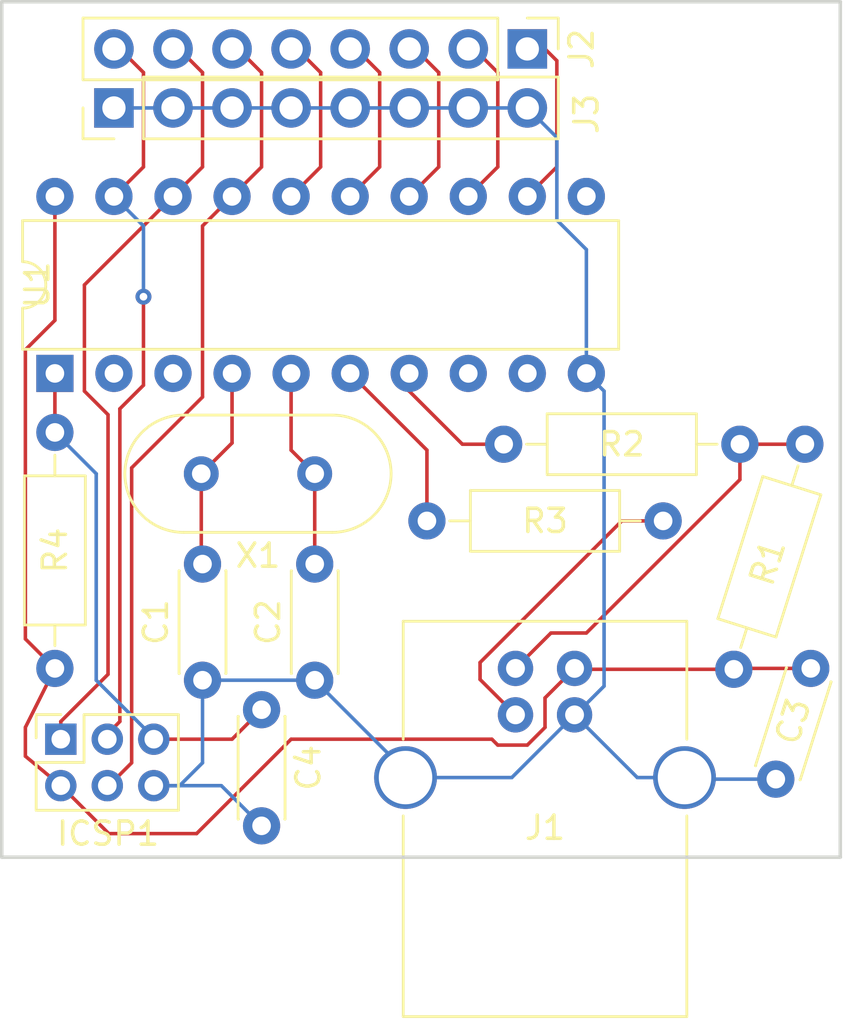
<source format=kicad_pcb>
(kicad_pcb (version 4) (host pcbnew 4.0.6)

  (general
    (links 44)
    (no_connects 0)
    (area 16.434999 13.894999 52.653001 50.875001)
    (thickness 1.6)
    (drawings 4)
    (tracks 130)
    (zones 0)
    (modules 14)
    (nets 23)
  )

  (page A4)
  (layers
    (0 F.Cu signal)
    (31 B.Cu signal)
    (32 B.Adhes user)
    (33 F.Adhes user)
    (34 B.Paste user)
    (35 F.Paste user)
    (36 B.SilkS user)
    (37 F.SilkS user)
    (38 B.Mask user)
    (39 F.Mask user)
    (40 Dwgs.User user)
    (41 Cmts.User user)
    (42 Eco1.User user)
    (43 Eco2.User user)
    (44 Edge.Cuts user)
    (45 Margin user)
    (46 B.CrtYd user)
    (47 F.CrtYd user)
    (48 B.Fab user)
    (49 F.Fab user)
  )

  (setup
    (last_trace_width 0.1524)
    (trace_clearance 0.1524)
    (zone_clearance 0.508)
    (zone_45_only no)
    (trace_min 0.1524)
    (segment_width 0.2)
    (edge_width 0.15)
    (via_size 0.6858)
    (via_drill 0.3302)
    (via_min_size 0.6858)
    (via_min_drill 0.3302)
    (uvia_size 0.762)
    (uvia_drill 0.508)
    (uvias_allowed no)
    (uvia_min_size 0)
    (uvia_min_drill 0)
    (pcb_text_width 0.3)
    (pcb_text_size 1.5 1.5)
    (mod_edge_width 0.15)
    (mod_text_size 1 1)
    (mod_text_width 0.15)
    (pad_size 1.524 1.524)
    (pad_drill 0.762)
    (pad_to_mask_clearance 0.2)
    (aux_axis_origin 0 0)
    (visible_elements 7FFFEFFF)
    (pcbplotparams
      (layerselection 0x00030_80000001)
      (usegerberextensions true)
      (excludeedgelayer true)
      (linewidth 0.100000)
      (plotframeref false)
      (viasonmask false)
      (mode 1)
      (useauxorigin false)
      (hpglpennumber 1)
      (hpglpenspeed 20)
      (hpglpendiameter 15)
      (hpglpenoverlay 2)
      (psnegative false)
      (psa4output false)
      (plotreference true)
      (plotvalue true)
      (plotinvisibletext false)
      (padsonsilk false)
      (subtractmaskfromsilk false)
      (outputformat 1)
      (mirror false)
      (drillshape 0)
      (scaleselection 1)
      (outputdirectory ""))
  )

  (net 0 "")
  (net 1 "Net-(C1-Pad1)")
  (net 2 "Net-(C1-Pad2)")
  (net 3 "Net-(C2-Pad2)")
  (net 4 "Net-(J1-Pad3)")
  (net 5 "Net-(J1-Pad2)")
  (net 6 "Net-(R2-Pad1)")
  (net 7 "Net-(R3-Pad2)")
  (net 8 "Net-(U1-Pad11)")
  (net 9 "Net-(ICSP1-Pad1)")
  (net 10 "Net-(ICSP1-Pad3)")
  (net 11 "Net-(ICSP1-Pad4)")
  (net 12 "Net-(J2-Pad1)")
  (net 13 "Net-(J2-Pad2)")
  (net 14 "Net-(J2-Pad3)")
  (net 15 "Net-(J2-Pad4)")
  (net 16 "Net-(J2-Pad5)")
  (net 17 "Net-(U1-Pad2)")
  (net 18 "Net-(U1-Pad3)")
  (net 19 "Net-(U1-Pad8)")
  (net 20 "Net-(U1-Pad9)")
  (net 21 "Net-(C3-Pad1)")
  (net 22 "Net-(C4-Pad1)")

  (net_class Default "This is the default net class."
    (clearance 0.1524)
    (trace_width 0.1524)
    (via_dia 0.6858)
    (via_drill 0.3302)
    (uvia_dia 0.762)
    (uvia_drill 0.508)
    (add_net "Net-(C1-Pad1)")
    (add_net "Net-(C1-Pad2)")
    (add_net "Net-(C2-Pad2)")
    (add_net "Net-(C3-Pad1)")
    (add_net "Net-(C4-Pad1)")
    (add_net "Net-(ICSP1-Pad1)")
    (add_net "Net-(ICSP1-Pad3)")
    (add_net "Net-(ICSP1-Pad4)")
    (add_net "Net-(J1-Pad2)")
    (add_net "Net-(J1-Pad3)")
    (add_net "Net-(J2-Pad1)")
    (add_net "Net-(J2-Pad2)")
    (add_net "Net-(J2-Pad3)")
    (add_net "Net-(J2-Pad4)")
    (add_net "Net-(J2-Pad5)")
    (add_net "Net-(R2-Pad1)")
    (add_net "Net-(R3-Pad2)")
    (add_net "Net-(U1-Pad11)")
    (add_net "Net-(U1-Pad2)")
    (add_net "Net-(U1-Pad3)")
    (add_net "Net-(U1-Pad8)")
    (add_net "Net-(U1-Pad9)")
  )

  (module Capacitors_THT:C_Disc_D4.3mm_W1.9mm_P5.00mm (layer F.Cu) (tedit 5920C254) (tstamp 59488996)
    (at 25.146 43.18 90)
    (descr "C, Disc series, Radial, pin pitch=5.00mm, , diameter*width=4.3*1.9mm^2, Capacitor, http://www.vishay.com/docs/45233/krseries.pdf")
    (tags "C Disc series Radial pin pitch 5.00mm  diameter 4.3mm width 1.9mm Capacitor")
    (path /5902BA29)
    (fp_text reference C1 (at 2.5 -2.01 90) (layer F.SilkS)
      (effects (font (size 1 1) (thickness 0.15)))
    )
    (fp_text value 22pF (at 2.5 2.01 90) (layer F.Fab)
      (effects (font (size 1 1) (thickness 0.15)))
    )
    (fp_text user %R (at 2.5 0 90) (layer F.Fab)
      (effects (font (size 1 1) (thickness 0.15)))
    )
    (fp_line (start 0.35 -0.95) (end 0.35 0.95) (layer F.Fab) (width 0.1))
    (fp_line (start 0.35 0.95) (end 4.65 0.95) (layer F.Fab) (width 0.1))
    (fp_line (start 4.65 0.95) (end 4.65 -0.95) (layer F.Fab) (width 0.1))
    (fp_line (start 4.65 -0.95) (end 0.35 -0.95) (layer F.Fab) (width 0.1))
    (fp_line (start 0.29 -1.01) (end 4.71 -1.01) (layer F.SilkS) (width 0.12))
    (fp_line (start 0.29 1.01) (end 4.71 1.01) (layer F.SilkS) (width 0.12))
    (fp_line (start 0.29 -1.01) (end 0.29 -0.996) (layer F.SilkS) (width 0.12))
    (fp_line (start 0.29 0.996) (end 0.29 1.01) (layer F.SilkS) (width 0.12))
    (fp_line (start 4.71 -1.01) (end 4.71 -0.996) (layer F.SilkS) (width 0.12))
    (fp_line (start 4.71 0.996) (end 4.71 1.01) (layer F.SilkS) (width 0.12))
    (fp_line (start -1.05 -1.3) (end -1.05 1.3) (layer F.CrtYd) (width 0.05))
    (fp_line (start -1.05 1.3) (end 6.05 1.3) (layer F.CrtYd) (width 0.05))
    (fp_line (start 6.05 1.3) (end 6.05 -1.3) (layer F.CrtYd) (width 0.05))
    (fp_line (start 6.05 -1.3) (end -1.05 -1.3) (layer F.CrtYd) (width 0.05))
    (pad 1 thru_hole circle (at 0 0 90) (size 1.6 1.6) (drill 0.8) (layers *.Cu *.Mask)
      (net 1 "Net-(C1-Pad1)"))
    (pad 2 thru_hole circle (at 5 0 90) (size 1.6 1.6) (drill 0.8) (layers *.Cu *.Mask)
      (net 2 "Net-(C1-Pad2)"))
    (model ${KISYS3DMOD}/Capacitors_THT.3dshapes/C_Disc_D4.3mm_W1.9mm_P5.00mm.wrl
      (at (xyz 0 0 0))
      (scale (xyz 0.393701 0.393701 0.393701))
      (rotate (xyz 0 0 0))
    )
  )

  (module Capacitors_THT:C_Disc_D4.3mm_W1.9mm_P5.00mm (layer F.Cu) (tedit 5920C254) (tstamp 594889AB)
    (at 29.972 43.18 90)
    (descr "C, Disc series, Radial, pin pitch=5.00mm, , diameter*width=4.3*1.9mm^2, Capacitor, http://www.vishay.com/docs/45233/krseries.pdf")
    (tags "C Disc series Radial pin pitch 5.00mm  diameter 4.3mm width 1.9mm Capacitor")
    (path /5902B99E)
    (fp_text reference C2 (at 2.5 -2.01 90) (layer F.SilkS)
      (effects (font (size 1 1) (thickness 0.15)))
    )
    (fp_text value 22pF (at 2.5 2.01 90) (layer F.Fab)
      (effects (font (size 1 1) (thickness 0.15)))
    )
    (fp_text user %R (at 2.5 0 90) (layer F.Fab)
      (effects (font (size 1 1) (thickness 0.15)))
    )
    (fp_line (start 0.35 -0.95) (end 0.35 0.95) (layer F.Fab) (width 0.1))
    (fp_line (start 0.35 0.95) (end 4.65 0.95) (layer F.Fab) (width 0.1))
    (fp_line (start 4.65 0.95) (end 4.65 -0.95) (layer F.Fab) (width 0.1))
    (fp_line (start 4.65 -0.95) (end 0.35 -0.95) (layer F.Fab) (width 0.1))
    (fp_line (start 0.29 -1.01) (end 4.71 -1.01) (layer F.SilkS) (width 0.12))
    (fp_line (start 0.29 1.01) (end 4.71 1.01) (layer F.SilkS) (width 0.12))
    (fp_line (start 0.29 -1.01) (end 0.29 -0.996) (layer F.SilkS) (width 0.12))
    (fp_line (start 0.29 0.996) (end 0.29 1.01) (layer F.SilkS) (width 0.12))
    (fp_line (start 4.71 -1.01) (end 4.71 -0.996) (layer F.SilkS) (width 0.12))
    (fp_line (start 4.71 0.996) (end 4.71 1.01) (layer F.SilkS) (width 0.12))
    (fp_line (start -1.05 -1.3) (end -1.05 1.3) (layer F.CrtYd) (width 0.05))
    (fp_line (start -1.05 1.3) (end 6.05 1.3) (layer F.CrtYd) (width 0.05))
    (fp_line (start 6.05 1.3) (end 6.05 -1.3) (layer F.CrtYd) (width 0.05))
    (fp_line (start 6.05 -1.3) (end -1.05 -1.3) (layer F.CrtYd) (width 0.05))
    (pad 1 thru_hole circle (at 0 0 90) (size 1.6 1.6) (drill 0.8) (layers *.Cu *.Mask)
      (net 1 "Net-(C1-Pad1)"))
    (pad 2 thru_hole circle (at 5 0 90) (size 1.6 1.6) (drill 0.8) (layers *.Cu *.Mask)
      (net 3 "Net-(C2-Pad2)"))
    (model ${KISYS3DMOD}/Capacitors_THT.3dshapes/C_Disc_D4.3mm_W1.9mm_P5.00mm.wrl
      (at (xyz 0 0 0))
      (scale (xyz 0.393701 0.393701 0.393701))
      (rotate (xyz 0 0 0))
    )
  )

  (module Socket_Strips:Socket_Strip_Straight_2x03_Pitch2.00mm (layer F.Cu) (tedit 5948A546) (tstamp 594889C6)
    (at 19.05 45.72 90)
    (descr "Through hole straight socket strip, 2x03, 2.00mm pitch, double rows")
    (tags "Through hole socket strip THT 2x03 2.00mm double row")
    (path /5902AB12)
    (fp_text reference ICSP1 (at -4.064 2.032 360) (layer F.SilkS)
      (effects (font (size 1 1) (thickness 0.15)))
    )
    (fp_text value ICSP (at -1 6.06 90) (layer F.Fab)
      (effects (font (size 1 1) (thickness 0.15)))
    )
    (fp_line (start -3 -1) (end -3 5) (layer F.Fab) (width 0.1))
    (fp_line (start -3 5) (end 1 5) (layer F.Fab) (width 0.1))
    (fp_line (start 1 5) (end 1 -1) (layer F.Fab) (width 0.1))
    (fp_line (start 1 -1) (end -3 -1) (layer F.Fab) (width 0.1))
    (fp_line (start 1.06 1) (end 1.06 5.06) (layer F.SilkS) (width 0.12))
    (fp_line (start 1.06 5.06) (end -3.06 5.06) (layer F.SilkS) (width 0.12))
    (fp_line (start -3.06 5.06) (end -3.06 -1.06) (layer F.SilkS) (width 0.12))
    (fp_line (start -3.06 -1.06) (end -1 -1.06) (layer F.SilkS) (width 0.12))
    (fp_line (start -1 -1.06) (end -1 1) (layer F.SilkS) (width 0.12))
    (fp_line (start -1 1) (end 1.06 1) (layer F.SilkS) (width 0.12))
    (fp_line (start 1.06 0) (end 1.06 -1.06) (layer F.SilkS) (width 0.12))
    (fp_line (start 1.06 -1.06) (end 0.06 -1.06) (layer F.SilkS) (width 0.12))
    (fp_line (start -3.5 -1.5) (end -3.5 5.5) (layer F.CrtYd) (width 0.05))
    (fp_line (start -3.5 5.5) (end 1.5 5.5) (layer F.CrtYd) (width 0.05))
    (fp_line (start 1.5 5.5) (end 1.5 -1.5) (layer F.CrtYd) (width 0.05))
    (fp_line (start 1.5 -1.5) (end -3.5 -1.5) (layer F.CrtYd) (width 0.05))
    (fp_text user %R (at -4.064 2.032 180) (layer F.Fab)
      (effects (font (size 1 1) (thickness 0.15)))
    )
    (pad 1 thru_hole rect (at 0 0 90) (size 1.35 1.35) (drill 0.8) (layers *.Cu *.Mask)
      (net 9 "Net-(ICSP1-Pad1)"))
    (pad 2 thru_hole oval (at -2 0 90) (size 1.35 1.35) (drill 0.8) (layers *.Cu *.Mask)
      (net 21 "Net-(C3-Pad1)"))
    (pad 3 thru_hole oval (at 0 2 90) (size 1.35 1.35) (drill 0.8) (layers *.Cu *.Mask)
      (net 10 "Net-(ICSP1-Pad3)"))
    (pad 4 thru_hole oval (at -2 2 90) (size 1.35 1.35) (drill 0.8) (layers *.Cu *.Mask)
      (net 11 "Net-(ICSP1-Pad4)"))
    (pad 5 thru_hole oval (at 0 4 90) (size 1.35 1.35) (drill 0.8) (layers *.Cu *.Mask)
      (net 22 "Net-(C4-Pad1)"))
    (pad 6 thru_hole oval (at -2 4 90) (size 1.35 1.35) (drill 0.8) (layers *.Cu *.Mask)
      (net 1 "Net-(C1-Pad1)"))
    (model ${KISYS3DMOD}/Socket_Strips.3dshapes/Socket_Strip_Straight_2x03_Pitch2.00mm.wrl
      (at (xyz 0 0 0))
      (scale (xyz 1 1 1))
      (rotate (xyz 0 0 0))
    )
  )

  (module Connectors:USB_B (layer F.Cu) (tedit 5948A52D) (tstamp 594889DA)
    (at 41.148 42.672 270)
    (descr "USB B connector")
    (tags "USB_B USB_DEV")
    (path /5909433D)
    (fp_text reference J1 (at 6.858 1.27 360) (layer F.SilkS)
      (effects (font (size 1 1) (thickness 0.15)))
    )
    (fp_text value USB_B (at 4.7 1.27 360) (layer F.Fab)
      (effects (font (size 1 1) (thickness 0.15)))
    )
    (fp_line (start 15.25 8.9) (end -2.3 8.9) (layer F.CrtYd) (width 0.05))
    (fp_line (start -2.3 8.9) (end -2.3 -6.35) (layer F.CrtYd) (width 0.05))
    (fp_line (start -2.3 -6.35) (end 15.25 -6.35) (layer F.CrtYd) (width 0.05))
    (fp_line (start 15.25 -6.35) (end 15.25 8.9) (layer F.CrtYd) (width 0.05))
    (fp_line (start 6.35 7.37) (end 14.99 7.37) (layer F.SilkS) (width 0.12))
    (fp_line (start -2.03 7.37) (end 3.05 7.37) (layer F.SilkS) (width 0.12))
    (fp_line (start 6.35 -4.83) (end 14.99 -4.83) (layer F.SilkS) (width 0.12))
    (fp_line (start -2.03 -4.83) (end 3.05 -4.83) (layer F.SilkS) (width 0.12))
    (fp_line (start 14.99 -4.83) (end 14.99 7.37) (layer F.SilkS) (width 0.12))
    (fp_line (start -2.03 7.37) (end -2.03 -4.83) (layer F.SilkS) (width 0.12))
    (pad 2 thru_hole circle (at 0 2.54 180) (size 1.52 1.52) (drill 0.81) (layers *.Cu *.Mask)
      (net 5 "Net-(J1-Pad2)"))
    (pad 1 thru_hole circle (at 0 0 180) (size 1.52 1.52) (drill 0.81) (layers *.Cu *.Mask)
      (net 21 "Net-(C3-Pad1)"))
    (pad 4 thru_hole circle (at 2 0 180) (size 1.52 1.52) (drill 0.81) (layers *.Cu *.Mask)
      (net 1 "Net-(C1-Pad1)"))
    (pad 3 thru_hole circle (at 2 2.54 180) (size 1.52 1.52) (drill 0.81) (layers *.Cu *.Mask)
      (net 4 "Net-(J1-Pad3)"))
    (pad 5 thru_hole circle (at 4.7 7.27 180) (size 2.7 2.7) (drill 2.3) (layers *.Cu *.Mask)
      (net 1 "Net-(C1-Pad1)"))
    (pad 5 thru_hole circle (at 4.7 -4.73 180) (size 2.7 2.7) (drill 2.3) (layers *.Cu *.Mask)
      (net 1 "Net-(C1-Pad1)"))
    (model Connectors.3dshapes/USB_B.wrl
      (at (xyz 0.18 -0.05 0))
      (scale (xyz 0.39 0.39 0.39))
      (rotate (xyz 0 0 -90))
    )
  )

  (module Pin_Headers:Pin_Header_Straight_1x08_Pitch2.54mm (layer F.Cu) (tedit 58CD4EC1) (tstamp 594889F5)
    (at 39.116 16.002 270)
    (descr "Through hole straight pin header, 1x08, 2.54mm pitch, single row")
    (tags "Through hole pin header THT 1x08 2.54mm single row")
    (path /594892EE)
    (fp_text reference J2 (at 0 -2.33 270) (layer F.SilkS)
      (effects (font (size 1 1) (thickness 0.15)))
    )
    (fp_text value BTN (at 0 20.11 270) (layer F.Fab)
      (effects (font (size 1 1) (thickness 0.15)))
    )
    (fp_line (start -1.27 -1.27) (end -1.27 19.05) (layer F.Fab) (width 0.1))
    (fp_line (start -1.27 19.05) (end 1.27 19.05) (layer F.Fab) (width 0.1))
    (fp_line (start 1.27 19.05) (end 1.27 -1.27) (layer F.Fab) (width 0.1))
    (fp_line (start 1.27 -1.27) (end -1.27 -1.27) (layer F.Fab) (width 0.1))
    (fp_line (start -1.33 1.27) (end -1.33 19.11) (layer F.SilkS) (width 0.12))
    (fp_line (start -1.33 19.11) (end 1.33 19.11) (layer F.SilkS) (width 0.12))
    (fp_line (start 1.33 19.11) (end 1.33 1.27) (layer F.SilkS) (width 0.12))
    (fp_line (start 1.33 1.27) (end -1.33 1.27) (layer F.SilkS) (width 0.12))
    (fp_line (start -1.33 0) (end -1.33 -1.33) (layer F.SilkS) (width 0.12))
    (fp_line (start -1.33 -1.33) (end 0 -1.33) (layer F.SilkS) (width 0.12))
    (fp_line (start -1.8 -1.8) (end -1.8 19.55) (layer F.CrtYd) (width 0.05))
    (fp_line (start -1.8 19.55) (end 1.8 19.55) (layer F.CrtYd) (width 0.05))
    (fp_line (start 1.8 19.55) (end 1.8 -1.8) (layer F.CrtYd) (width 0.05))
    (fp_line (start 1.8 -1.8) (end -1.8 -1.8) (layer F.CrtYd) (width 0.05))
    (fp_text user %R (at 0 -2.33 270) (layer F.Fab)
      (effects (font (size 1 1) (thickness 0.15)))
    )
    (pad 1 thru_hole rect (at 0 0 270) (size 1.7 1.7) (drill 1) (layers *.Cu *.Mask)
      (net 12 "Net-(J2-Pad1)"))
    (pad 2 thru_hole oval (at 0 2.54 270) (size 1.7 1.7) (drill 1) (layers *.Cu *.Mask)
      (net 13 "Net-(J2-Pad2)"))
    (pad 3 thru_hole oval (at 0 5.08 270) (size 1.7 1.7) (drill 1) (layers *.Cu *.Mask)
      (net 14 "Net-(J2-Pad3)"))
    (pad 4 thru_hole oval (at 0 7.62 270) (size 1.7 1.7) (drill 1) (layers *.Cu *.Mask)
      (net 15 "Net-(J2-Pad4)"))
    (pad 5 thru_hole oval (at 0 10.16 270) (size 1.7 1.7) (drill 1) (layers *.Cu *.Mask)
      (net 16 "Net-(J2-Pad5)"))
    (pad 6 thru_hole oval (at 0 12.7 270) (size 1.7 1.7) (drill 1) (layers *.Cu *.Mask)
      (net 11 "Net-(ICSP1-Pad4)"))
    (pad 7 thru_hole oval (at 0 15.24 270) (size 1.7 1.7) (drill 1) (layers *.Cu *.Mask)
      (net 9 "Net-(ICSP1-Pad1)"))
    (pad 8 thru_hole oval (at 0 17.78 270) (size 1.7 1.7) (drill 1) (layers *.Cu *.Mask)
      (net 10 "Net-(ICSP1-Pad3)"))
    (model ${KISYS3DMOD}/Pin_Headers.3dshapes/Pin_Header_Straight_1x08_Pitch2.54mm.wrl
      (at (xyz 0 -0.35 0))
      (scale (xyz 1 1 1))
      (rotate (xyz 0 0 90))
    )
  )

  (module Pin_Headers:Pin_Header_Straight_1x08_Pitch2.54mm (layer F.Cu) (tedit 59489A60) (tstamp 59488A10)
    (at 21.336 18.542 90)
    (descr "Through hole straight pin header, 1x08, 2.54mm pitch, single row")
    (tags "Through hole pin header THT 1x08 2.54mm single row")
    (path /594895BB)
    (fp_text reference J3 (at -0.254 20.32 90) (layer F.SilkS)
      (effects (font (size 1 1) (thickness 0.15)))
    )
    (fp_text value GND (at 0 -2.54 90) (layer F.Fab)
      (effects (font (size 1 1) (thickness 0.15)))
    )
    (fp_line (start -1.27 -1.27) (end -1.27 19.05) (layer F.Fab) (width 0.1))
    (fp_line (start -1.27 19.05) (end 1.27 19.05) (layer F.Fab) (width 0.1))
    (fp_line (start 1.27 19.05) (end 1.27 -1.27) (layer F.Fab) (width 0.1))
    (fp_line (start 1.27 -1.27) (end -1.27 -1.27) (layer F.Fab) (width 0.1))
    (fp_line (start -1.33 1.27) (end -1.33 19.11) (layer F.SilkS) (width 0.12))
    (fp_line (start -1.33 19.11) (end 1.33 19.11) (layer F.SilkS) (width 0.12))
    (fp_line (start 1.33 19.11) (end 1.33 1.27) (layer F.SilkS) (width 0.12))
    (fp_line (start 1.33 1.27) (end -1.33 1.27) (layer F.SilkS) (width 0.12))
    (fp_line (start -1.33 0) (end -1.33 -1.33) (layer F.SilkS) (width 0.12))
    (fp_line (start -1.33 -1.33) (end 0 -1.33) (layer F.SilkS) (width 0.12))
    (fp_line (start -1.8 -1.8) (end -1.8 19.55) (layer F.CrtYd) (width 0.05))
    (fp_line (start -1.8 19.55) (end 1.8 19.55) (layer F.CrtYd) (width 0.05))
    (fp_line (start 1.8 19.55) (end 1.8 -1.8) (layer F.CrtYd) (width 0.05))
    (fp_line (start 1.8 -1.8) (end -1.8 -1.8) (layer F.CrtYd) (width 0.05))
    (fp_text user %R (at -0.254 20.32 90) (layer F.Fab)
      (effects (font (size 1 1) (thickness 0.15)))
    )
    (pad 1 thru_hole rect (at 0 0 90) (size 1.7 1.7) (drill 1) (layers *.Cu *.Mask)
      (net 1 "Net-(C1-Pad1)"))
    (pad 2 thru_hole oval (at 0 2.54 90) (size 1.7 1.7) (drill 1) (layers *.Cu *.Mask)
      (net 1 "Net-(C1-Pad1)"))
    (pad 3 thru_hole oval (at 0 5.08 90) (size 1.7 1.7) (drill 1) (layers *.Cu *.Mask)
      (net 1 "Net-(C1-Pad1)"))
    (pad 4 thru_hole oval (at 0 7.62 90) (size 1.7 1.7) (drill 1) (layers *.Cu *.Mask)
      (net 1 "Net-(C1-Pad1)"))
    (pad 5 thru_hole oval (at 0 10.16 90) (size 1.7 1.7) (drill 1) (layers *.Cu *.Mask)
      (net 1 "Net-(C1-Pad1)"))
    (pad 6 thru_hole oval (at 0 12.7 90) (size 1.7 1.7) (drill 1) (layers *.Cu *.Mask)
      (net 1 "Net-(C1-Pad1)"))
    (pad 7 thru_hole oval (at 0 15.24 90) (size 1.7 1.7) (drill 1) (layers *.Cu *.Mask)
      (net 1 "Net-(C1-Pad1)"))
    (pad 8 thru_hole oval (at 0 17.78 90) (size 1.7 1.7) (drill 1) (layers *.Cu *.Mask)
      (net 1 "Net-(C1-Pad1)"))
    (model ${KISYS3DMOD}/Pin_Headers.3dshapes/Pin_Header_Straight_1x08_Pitch2.54mm.wrl
      (at (xyz 0 -0.35 0))
      (scale (xyz 1 1 1))
      (rotate (xyz 0 0 90))
    )
  )

  (module Resistors_THT:R_Axial_DIN0207_L6.3mm_D2.5mm_P10.16mm_Horizontal (layer F.Cu) (tedit 59489A74) (tstamp 59488A26)
    (at 51.054 33.02 252.5)
    (descr "Resistor, Axial_DIN0207 series, Axial, Horizontal, pin pitch=10.16mm, 0.25W = 1/4W, length*diameter=6.3*2.5mm^2, http://cdn-reichelt.de/documents/datenblatt/B400/1_4W%23YAG.pdf")
    (tags "Resistor Axial_DIN0207 series Axial Horizontal pin pitch 10.16mm 0.25W = 1/4W length 6.3mm diameter 2.5mm")
    (path /591525BE)
    (fp_text reference R1 (at 5.334 0 252.5) (layer F.SilkS)
      (effects (font (size 1 1) (thickness 0.15)))
    )
    (fp_text value 2K2 (at 5.08 2.31 252.5) (layer F.Fab)
      (effects (font (size 1 1) (thickness 0.15)))
    )
    (fp_line (start 1.93 -1.25) (end 1.93 1.25) (layer F.Fab) (width 0.1))
    (fp_line (start 1.93 1.25) (end 8.23 1.25) (layer F.Fab) (width 0.1))
    (fp_line (start 8.23 1.25) (end 8.23 -1.25) (layer F.Fab) (width 0.1))
    (fp_line (start 8.23 -1.25) (end 1.93 -1.25) (layer F.Fab) (width 0.1))
    (fp_line (start 0 0) (end 1.93 0) (layer F.Fab) (width 0.1))
    (fp_line (start 10.16 0) (end 8.23 0) (layer F.Fab) (width 0.1))
    (fp_line (start 1.87 -1.31) (end 1.87 1.31) (layer F.SilkS) (width 0.12))
    (fp_line (start 1.87 1.31) (end 8.29 1.31) (layer F.SilkS) (width 0.12))
    (fp_line (start 8.29 1.31) (end 8.29 -1.31) (layer F.SilkS) (width 0.12))
    (fp_line (start 8.29 -1.31) (end 1.87 -1.31) (layer F.SilkS) (width 0.12))
    (fp_line (start 0.98 0) (end 1.87 0) (layer F.SilkS) (width 0.12))
    (fp_line (start 9.18 0) (end 8.29 0) (layer F.SilkS) (width 0.12))
    (fp_line (start -1.05 -1.6) (end -1.05 1.6) (layer F.CrtYd) (width 0.05))
    (fp_line (start -1.05 1.6) (end 11.25 1.6) (layer F.CrtYd) (width 0.05))
    (fp_line (start 11.25 1.6) (end 11.25 -1.6) (layer F.CrtYd) (width 0.05))
    (fp_line (start 11.25 -1.6) (end -1.05 -1.6) (layer F.CrtYd) (width 0.05))
    (pad 1 thru_hole circle (at 0 0 252.5) (size 1.6 1.6) (drill 0.8) (layers *.Cu *.Mask)
      (net 5 "Net-(J1-Pad2)"))
    (pad 2 thru_hole oval (at 10.16 0 252.5) (size 1.6 1.6) (drill 0.8) (layers *.Cu *.Mask)
      (net 21 "Net-(C3-Pad1)"))
    (model Resistors_THT.3dshapes/R_Axial_DIN0207_L6.3mm_D2.5mm_P10.16mm_Horizontal.wrl
      (at (xyz 0 0 0))
      (scale (xyz 0.393701 0.393701 0.393701))
      (rotate (xyz 0 0 0))
    )
  )

  (module Resistors_THT:R_Axial_DIN0207_L6.3mm_D2.5mm_P10.16mm_Horizontal (layer F.Cu) (tedit 59489A70) (tstamp 59488A3C)
    (at 34.798 36.322)
    (descr "Resistor, Axial_DIN0207 series, Axial, Horizontal, pin pitch=10.16mm, 0.25W = 1/4W, length*diameter=6.3*2.5mm^2, http://cdn-reichelt.de/documents/datenblatt/B400/1_4W%23YAG.pdf")
    (tags "Resistor Axial_DIN0207 series Axial Horizontal pin pitch 10.16mm 0.25W = 1/4W length 6.3mm diameter 2.5mm")
    (path /59151E2C)
    (fp_text reference R2 (at 8.382 -3.302) (layer F.SilkS)
      (effects (font (size 1 1) (thickness 0.15)))
    )
    (fp_text value 68 (at 5.08 2.31) (layer F.Fab)
      (effects (font (size 1 1) (thickness 0.15)))
    )
    (fp_line (start 1.93 -1.25) (end 1.93 1.25) (layer F.Fab) (width 0.1))
    (fp_line (start 1.93 1.25) (end 8.23 1.25) (layer F.Fab) (width 0.1))
    (fp_line (start 8.23 1.25) (end 8.23 -1.25) (layer F.Fab) (width 0.1))
    (fp_line (start 8.23 -1.25) (end 1.93 -1.25) (layer F.Fab) (width 0.1))
    (fp_line (start 0 0) (end 1.93 0) (layer F.Fab) (width 0.1))
    (fp_line (start 10.16 0) (end 8.23 0) (layer F.Fab) (width 0.1))
    (fp_line (start 1.87 -1.31) (end 1.87 1.31) (layer F.SilkS) (width 0.12))
    (fp_line (start 1.87 1.31) (end 8.29 1.31) (layer F.SilkS) (width 0.12))
    (fp_line (start 8.29 1.31) (end 8.29 -1.31) (layer F.SilkS) (width 0.12))
    (fp_line (start 8.29 -1.31) (end 1.87 -1.31) (layer F.SilkS) (width 0.12))
    (fp_line (start 0.98 0) (end 1.87 0) (layer F.SilkS) (width 0.12))
    (fp_line (start 9.18 0) (end 8.29 0) (layer F.SilkS) (width 0.12))
    (fp_line (start -1.05 -1.6) (end -1.05 1.6) (layer F.CrtYd) (width 0.05))
    (fp_line (start -1.05 1.6) (end 11.25 1.6) (layer F.CrtYd) (width 0.05))
    (fp_line (start 11.25 1.6) (end 11.25 -1.6) (layer F.CrtYd) (width 0.05))
    (fp_line (start 11.25 -1.6) (end -1.05 -1.6) (layer F.CrtYd) (width 0.05))
    (pad 1 thru_hole circle (at 0 0) (size 1.6 1.6) (drill 0.8) (layers *.Cu *.Mask)
      (net 6 "Net-(R2-Pad1)"))
    (pad 2 thru_hole oval (at 10.16 0) (size 1.6 1.6) (drill 0.8) (layers *.Cu *.Mask)
      (net 4 "Net-(J1-Pad3)"))
    (model Resistors_THT.3dshapes/R_Axial_DIN0207_L6.3mm_D2.5mm_P10.16mm_Horizontal.wrl
      (at (xyz 0 0 0))
      (scale (xyz 0.393701 0.393701 0.393701))
      (rotate (xyz 0 0 0))
    )
  )

  (module Resistors_THT:R_Axial_DIN0207_L6.3mm_D2.5mm_P10.16mm_Horizontal (layer F.Cu) (tedit 59489A6D) (tstamp 59488A52)
    (at 48.26 33.02 180)
    (descr "Resistor, Axial_DIN0207 series, Axial, Horizontal, pin pitch=10.16mm, 0.25W = 1/4W, length*diameter=6.3*2.5mm^2, http://cdn-reichelt.de/documents/datenblatt/B400/1_4W%23YAG.pdf")
    (tags "Resistor Axial_DIN0207 series Axial Horizontal pin pitch 10.16mm 0.25W = 1/4W length 6.3mm diameter 2.5mm")
    (path /59151F6B)
    (fp_text reference R3 (at 8.382 -3.302 180) (layer F.SilkS)
      (effects (font (size 1 1) (thickness 0.15)))
    )
    (fp_text value 67 (at 5.08 2.31 180) (layer F.Fab)
      (effects (font (size 1 1) (thickness 0.15)))
    )
    (fp_line (start 1.93 -1.25) (end 1.93 1.25) (layer F.Fab) (width 0.1))
    (fp_line (start 1.93 1.25) (end 8.23 1.25) (layer F.Fab) (width 0.1))
    (fp_line (start 8.23 1.25) (end 8.23 -1.25) (layer F.Fab) (width 0.1))
    (fp_line (start 8.23 -1.25) (end 1.93 -1.25) (layer F.Fab) (width 0.1))
    (fp_line (start 0 0) (end 1.93 0) (layer F.Fab) (width 0.1))
    (fp_line (start 10.16 0) (end 8.23 0) (layer F.Fab) (width 0.1))
    (fp_line (start 1.87 -1.31) (end 1.87 1.31) (layer F.SilkS) (width 0.12))
    (fp_line (start 1.87 1.31) (end 8.29 1.31) (layer F.SilkS) (width 0.12))
    (fp_line (start 8.29 1.31) (end 8.29 -1.31) (layer F.SilkS) (width 0.12))
    (fp_line (start 8.29 -1.31) (end 1.87 -1.31) (layer F.SilkS) (width 0.12))
    (fp_line (start 0.98 0) (end 1.87 0) (layer F.SilkS) (width 0.12))
    (fp_line (start 9.18 0) (end 8.29 0) (layer F.SilkS) (width 0.12))
    (fp_line (start -1.05 -1.6) (end -1.05 1.6) (layer F.CrtYd) (width 0.05))
    (fp_line (start -1.05 1.6) (end 11.25 1.6) (layer F.CrtYd) (width 0.05))
    (fp_line (start 11.25 1.6) (end 11.25 -1.6) (layer F.CrtYd) (width 0.05))
    (fp_line (start 11.25 -1.6) (end -1.05 -1.6) (layer F.CrtYd) (width 0.05))
    (pad 1 thru_hole circle (at 0 0 180) (size 1.6 1.6) (drill 0.8) (layers *.Cu *.Mask)
      (net 5 "Net-(J1-Pad2)"))
    (pad 2 thru_hole oval (at 10.16 0 180) (size 1.6 1.6) (drill 0.8) (layers *.Cu *.Mask)
      (net 7 "Net-(R3-Pad2)"))
    (model Resistors_THT.3dshapes/R_Axial_DIN0207_L6.3mm_D2.5mm_P10.16mm_Horizontal.wrl
      (at (xyz 0 0 0))
      (scale (xyz 0.393701 0.393701 0.393701))
      (rotate (xyz 0 0 0))
    )
  )

  (module Resistors_THT:R_Axial_DIN0207_L6.3mm_D2.5mm_P10.16mm_Horizontal (layer F.Cu) (tedit 59489A43) (tstamp 59488A68)
    (at 18.796 42.672 90)
    (descr "Resistor, Axial_DIN0207 series, Axial, Horizontal, pin pitch=10.16mm, 0.25W = 1/4W, length*diameter=6.3*2.5mm^2, http://cdn-reichelt.de/documents/datenblatt/B400/1_4W%23YAG.pdf")
    (tags "Resistor Axial_DIN0207 series Axial Horizontal pin pitch 10.16mm 0.25W = 1/4W length 6.3mm diameter 2.5mm")
    (path /59152B97)
    (fp_text reference R4 (at 5.08 0 90) (layer F.SilkS)
      (effects (font (size 1 1) (thickness 0.15)))
    )
    (fp_text value 4K7 (at 5.08 2.31 90) (layer F.Fab)
      (effects (font (size 1 1) (thickness 0.15)))
    )
    (fp_line (start 1.93 -1.25) (end 1.93 1.25) (layer F.Fab) (width 0.1))
    (fp_line (start 1.93 1.25) (end 8.23 1.25) (layer F.Fab) (width 0.1))
    (fp_line (start 8.23 1.25) (end 8.23 -1.25) (layer F.Fab) (width 0.1))
    (fp_line (start 8.23 -1.25) (end 1.93 -1.25) (layer F.Fab) (width 0.1))
    (fp_line (start 0 0) (end 1.93 0) (layer F.Fab) (width 0.1))
    (fp_line (start 10.16 0) (end 8.23 0) (layer F.Fab) (width 0.1))
    (fp_line (start 1.87 -1.31) (end 1.87 1.31) (layer F.SilkS) (width 0.12))
    (fp_line (start 1.87 1.31) (end 8.29 1.31) (layer F.SilkS) (width 0.12))
    (fp_line (start 8.29 1.31) (end 8.29 -1.31) (layer F.SilkS) (width 0.12))
    (fp_line (start 8.29 -1.31) (end 1.87 -1.31) (layer F.SilkS) (width 0.12))
    (fp_line (start 0.98 0) (end 1.87 0) (layer F.SilkS) (width 0.12))
    (fp_line (start 9.18 0) (end 8.29 0) (layer F.SilkS) (width 0.12))
    (fp_line (start -1.05 -1.6) (end -1.05 1.6) (layer F.CrtYd) (width 0.05))
    (fp_line (start -1.05 1.6) (end 11.25 1.6) (layer F.CrtYd) (width 0.05))
    (fp_line (start 11.25 1.6) (end 11.25 -1.6) (layer F.CrtYd) (width 0.05))
    (fp_line (start 11.25 -1.6) (end -1.05 -1.6) (layer F.CrtYd) (width 0.05))
    (pad 1 thru_hole circle (at 0 0 90) (size 1.6 1.6) (drill 0.8) (layers *.Cu *.Mask)
      (net 21 "Net-(C3-Pad1)"))
    (pad 2 thru_hole oval (at 10.16 0 90) (size 1.6 1.6) (drill 0.8) (layers *.Cu *.Mask)
      (net 22 "Net-(C4-Pad1)"))
    (model Resistors_THT.3dshapes/R_Axial_DIN0207_L6.3mm_D2.5mm_P10.16mm_Horizontal.wrl
      (at (xyz 0 0 0))
      (scale (xyz 0.393701 0.393701 0.393701))
      (rotate (xyz 0 0 0))
    )
  )

  (module Housings_DIP:DIP-20_W7.62mm (layer F.Cu) (tedit 59489A4B) (tstamp 59488A90)
    (at 18.796 29.972 90)
    (descr "20-lead dip package, row spacing 7.62 mm (300 mils)")
    (tags "DIL DIP PDIP 2.54mm 7.62mm 300mil")
    (path /5902A916)
    (fp_text reference U1 (at 3.81 -0.762 90) (layer F.SilkS)
      (effects (font (size 1 1) (thickness 0.15)))
    )
    (fp_text value ATTINY2313A-PU (at 3.81 25.25 90) (layer F.Fab)
      (effects (font (size 1 1) (thickness 0.15)))
    )
    (fp_text user %R (at 3.81 11.43 90) (layer F.Fab)
      (effects (font (size 1 1) (thickness 0.15)))
    )
    (fp_line (start 1.635 -1.27) (end 6.985 -1.27) (layer F.Fab) (width 0.1))
    (fp_line (start 6.985 -1.27) (end 6.985 24.13) (layer F.Fab) (width 0.1))
    (fp_line (start 6.985 24.13) (end 0.635 24.13) (layer F.Fab) (width 0.1))
    (fp_line (start 0.635 24.13) (end 0.635 -0.27) (layer F.Fab) (width 0.1))
    (fp_line (start 0.635 -0.27) (end 1.635 -1.27) (layer F.Fab) (width 0.1))
    (fp_line (start 2.81 -1.39) (end 1.04 -1.39) (layer F.SilkS) (width 0.12))
    (fp_line (start 1.04 -1.39) (end 1.04 24.25) (layer F.SilkS) (width 0.12))
    (fp_line (start 1.04 24.25) (end 6.58 24.25) (layer F.SilkS) (width 0.12))
    (fp_line (start 6.58 24.25) (end 6.58 -1.39) (layer F.SilkS) (width 0.12))
    (fp_line (start 6.58 -1.39) (end 4.81 -1.39) (layer F.SilkS) (width 0.12))
    (fp_line (start -1.1 -1.6) (end -1.1 24.4) (layer F.CrtYd) (width 0.05))
    (fp_line (start -1.1 24.4) (end 8.7 24.4) (layer F.CrtYd) (width 0.05))
    (fp_line (start 8.7 24.4) (end 8.7 -1.6) (layer F.CrtYd) (width 0.05))
    (fp_line (start 8.7 -1.6) (end -1.1 -1.6) (layer F.CrtYd) (width 0.05))
    (fp_arc (start 3.81 -1.39) (end 2.81 -1.39) (angle -180) (layer F.SilkS) (width 0.12))
    (pad 1 thru_hole rect (at 0 0 90) (size 1.6 1.6) (drill 0.8) (layers *.Cu *.Mask)
      (net 22 "Net-(C4-Pad1)"))
    (pad 11 thru_hole oval (at 7.62 22.86 90) (size 1.6 1.6) (drill 0.8) (layers *.Cu *.Mask)
      (net 8 "Net-(U1-Pad11)"))
    (pad 2 thru_hole oval (at 0 2.54 90) (size 1.6 1.6) (drill 0.8) (layers *.Cu *.Mask)
      (net 17 "Net-(U1-Pad2)"))
    (pad 12 thru_hole oval (at 7.62 20.32 90) (size 1.6 1.6) (drill 0.8) (layers *.Cu *.Mask)
      (net 12 "Net-(J2-Pad1)"))
    (pad 3 thru_hole oval (at 0 5.08 90) (size 1.6 1.6) (drill 0.8) (layers *.Cu *.Mask)
      (net 18 "Net-(U1-Pad3)"))
    (pad 13 thru_hole oval (at 7.62 17.78 90) (size 1.6 1.6) (drill 0.8) (layers *.Cu *.Mask)
      (net 13 "Net-(J2-Pad2)"))
    (pad 4 thru_hole oval (at 0 7.62 90) (size 1.6 1.6) (drill 0.8) (layers *.Cu *.Mask)
      (net 2 "Net-(C1-Pad2)"))
    (pad 14 thru_hole oval (at 7.62 15.24 90) (size 1.6 1.6) (drill 0.8) (layers *.Cu *.Mask)
      (net 14 "Net-(J2-Pad3)"))
    (pad 5 thru_hole oval (at 0 10.16 90) (size 1.6 1.6) (drill 0.8) (layers *.Cu *.Mask)
      (net 3 "Net-(C2-Pad2)"))
    (pad 15 thru_hole oval (at 7.62 12.7 90) (size 1.6 1.6) (drill 0.8) (layers *.Cu *.Mask)
      (net 15 "Net-(J2-Pad4)"))
    (pad 6 thru_hole oval (at 0 12.7 90) (size 1.6 1.6) (drill 0.8) (layers *.Cu *.Mask)
      (net 6 "Net-(R2-Pad1)"))
    (pad 16 thru_hole oval (at 7.62 10.16 90) (size 1.6 1.6) (drill 0.8) (layers *.Cu *.Mask)
      (net 16 "Net-(J2-Pad5)"))
    (pad 7 thru_hole oval (at 0 15.24 90) (size 1.6 1.6) (drill 0.8) (layers *.Cu *.Mask)
      (net 7 "Net-(R3-Pad2)"))
    (pad 17 thru_hole oval (at 7.62 7.62 90) (size 1.6 1.6) (drill 0.8) (layers *.Cu *.Mask)
      (net 11 "Net-(ICSP1-Pad4)"))
    (pad 8 thru_hole oval (at 0 17.78 90) (size 1.6 1.6) (drill 0.8) (layers *.Cu *.Mask)
      (net 19 "Net-(U1-Pad8)"))
    (pad 18 thru_hole oval (at 7.62 5.08 90) (size 1.6 1.6) (drill 0.8) (layers *.Cu *.Mask)
      (net 9 "Net-(ICSP1-Pad1)"))
    (pad 9 thru_hole oval (at 0 20.32 90) (size 1.6 1.6) (drill 0.8) (layers *.Cu *.Mask)
      (net 20 "Net-(U1-Pad9)"))
    (pad 19 thru_hole oval (at 7.62 2.54 90) (size 1.6 1.6) (drill 0.8) (layers *.Cu *.Mask)
      (net 10 "Net-(ICSP1-Pad3)"))
    (pad 10 thru_hole oval (at 0 22.86 90) (size 1.6 1.6) (drill 0.8) (layers *.Cu *.Mask)
      (net 1 "Net-(C1-Pad1)"))
    (pad 20 thru_hole oval (at 7.62 0 90) (size 1.6 1.6) (drill 0.8) (layers *.Cu *.Mask)
      (net 21 "Net-(C3-Pad1)"))
    (model ${KISYS3DMOD}/Housings_DIP.3dshapes/DIP-20_W7.62mm.wrl
      (at (xyz 0 0 0))
      (scale (xyz 1 1 1))
      (rotate (xyz 0 0 0))
    )
  )

  (module Crystals:Crystal_HC49-4H_Vertical (layer F.Cu) (tedit 58CD2E9C) (tstamp 59488AA7)
    (at 29.972 34.29 180)
    (descr "Crystal THT HC-49-4H http://5hertz.com/pdfs/04404_D.pdf")
    (tags "THT crystalHC-49-4H")
    (path /5902B8EE)
    (fp_text reference X1 (at 2.44 -3.525 180) (layer F.SilkS)
      (effects (font (size 1 1) (thickness 0.15)))
    )
    (fp_text value Crystal (at 2.44 3.525 180) (layer F.Fab)
      (effects (font (size 1 1) (thickness 0.15)))
    )
    (fp_text user %R (at 2.44 0 180) (layer F.Fab)
      (effects (font (size 1 1) (thickness 0.15)))
    )
    (fp_line (start -0.76 -2.325) (end 5.64 -2.325) (layer F.Fab) (width 0.1))
    (fp_line (start -0.76 2.325) (end 5.64 2.325) (layer F.Fab) (width 0.1))
    (fp_line (start -0.56 -2) (end 5.44 -2) (layer F.Fab) (width 0.1))
    (fp_line (start -0.56 2) (end 5.44 2) (layer F.Fab) (width 0.1))
    (fp_line (start -0.76 -2.525) (end 5.64 -2.525) (layer F.SilkS) (width 0.12))
    (fp_line (start -0.76 2.525) (end 5.64 2.525) (layer F.SilkS) (width 0.12))
    (fp_line (start -3.6 -2.8) (end -3.6 2.8) (layer F.CrtYd) (width 0.05))
    (fp_line (start -3.6 2.8) (end 8.5 2.8) (layer F.CrtYd) (width 0.05))
    (fp_line (start 8.5 2.8) (end 8.5 -2.8) (layer F.CrtYd) (width 0.05))
    (fp_line (start 8.5 -2.8) (end -3.6 -2.8) (layer F.CrtYd) (width 0.05))
    (fp_arc (start -0.76 0) (end -0.76 -2.325) (angle -180) (layer F.Fab) (width 0.1))
    (fp_arc (start 5.64 0) (end 5.64 -2.325) (angle 180) (layer F.Fab) (width 0.1))
    (fp_arc (start -0.56 0) (end -0.56 -2) (angle -180) (layer F.Fab) (width 0.1))
    (fp_arc (start 5.44 0) (end 5.44 -2) (angle 180) (layer F.Fab) (width 0.1))
    (fp_arc (start -0.76 0) (end -0.76 -2.525) (angle -180) (layer F.SilkS) (width 0.12))
    (fp_arc (start 5.64 0) (end 5.64 -2.525) (angle 180) (layer F.SilkS) (width 0.12))
    (pad 1 thru_hole circle (at 0 0 180) (size 1.5 1.5) (drill 0.8) (layers *.Cu *.Mask)
      (net 3 "Net-(C2-Pad2)"))
    (pad 2 thru_hole circle (at 4.88 0 180) (size 1.5 1.5) (drill 0.8) (layers *.Cu *.Mask)
      (net 2 "Net-(C1-Pad2)"))
    (model ${KISYS3DMOD}/Crystals.3dshapes/Crystal_HC49-4H_Vertical.wrl
      (at (xyz 0 0 0))
      (scale (xyz 0.393701 0.393701 0.393701))
      (rotate (xyz 0 0 0))
    )
  )

  (module Capacitors_THT:C_Disc_D4.3mm_W1.9mm_P5.00mm (layer F.Cu) (tedit 5948A536) (tstamp 5948A729)
    (at 51.308 42.672 252.5)
    (descr "C, Disc series, Radial, pin pitch=5.00mm, , diameter*width=4.3*1.9mm^2, Capacitor, http://www.vishay.com/docs/45233/krseries.pdf")
    (tags "C Disc series Radial pin pitch 5.00mm  diameter 4.3mm width 1.9mm Capacitor")
    (path /5948A6C3)
    (fp_text reference C3 (at 2.409335 0.039319 252.5) (layer F.SilkS)
      (effects (font (size 1 1) (thickness 0.15)))
    )
    (fp_text value 10µF (at 2.5 2.01 252.5) (layer F.Fab)
      (effects (font (size 1 1) (thickness 0.15)))
    )
    (fp_text user %R (at 2.5 0 252.5) (layer F.Fab)
      (effects (font (size 1 1) (thickness 0.15)))
    )
    (fp_line (start 0.35 -0.95) (end 0.35 0.95) (layer F.Fab) (width 0.1))
    (fp_line (start 0.35 0.95) (end 4.65 0.95) (layer F.Fab) (width 0.1))
    (fp_line (start 4.65 0.95) (end 4.65 -0.95) (layer F.Fab) (width 0.1))
    (fp_line (start 4.65 -0.95) (end 0.35 -0.95) (layer F.Fab) (width 0.1))
    (fp_line (start 0.29 -1.01) (end 4.71 -1.01) (layer F.SilkS) (width 0.12))
    (fp_line (start 0.29 1.01) (end 4.71 1.01) (layer F.SilkS) (width 0.12))
    (fp_line (start 0.29 -1.01) (end 0.29 -0.996) (layer F.SilkS) (width 0.12))
    (fp_line (start 0.29 0.996) (end 0.29 1.01) (layer F.SilkS) (width 0.12))
    (fp_line (start 4.71 -1.01) (end 4.71 -0.996) (layer F.SilkS) (width 0.12))
    (fp_line (start 4.71 0.996) (end 4.71 1.01) (layer F.SilkS) (width 0.12))
    (fp_line (start -1.05 -1.3) (end -1.05 1.3) (layer F.CrtYd) (width 0.05))
    (fp_line (start -1.05 1.3) (end 6.05 1.3) (layer F.CrtYd) (width 0.05))
    (fp_line (start 6.05 1.3) (end 6.05 -1.3) (layer F.CrtYd) (width 0.05))
    (fp_line (start 6.05 -1.3) (end -1.05 -1.3) (layer F.CrtYd) (width 0.05))
    (pad 1 thru_hole circle (at 0 0 252.5) (size 1.6 1.6) (drill 0.8) (layers *.Cu *.Mask)
      (net 21 "Net-(C3-Pad1)"))
    (pad 2 thru_hole circle (at 5 0 252.5) (size 1.6 1.6) (drill 0.8) (layers *.Cu *.Mask)
      (net 1 "Net-(C1-Pad1)"))
    (model ${KISYS3DMOD}/Capacitors_THT.3dshapes/C_Disc_D4.3mm_W1.9mm_P5.00mm.wrl
      (at (xyz 0 0 0))
      (scale (xyz 0.393701 0.393701 0.393701))
      (rotate (xyz 0 0 0))
    )
  )

  (module Capacitors_THT:C_Disc_D4.3mm_W1.9mm_P5.00mm (layer F.Cu) (tedit 5920C254) (tstamp 5948A73D)
    (at 27.686 44.45 270)
    (descr "C, Disc series, Radial, pin pitch=5.00mm, , diameter*width=4.3*1.9mm^2, Capacitor, http://www.vishay.com/docs/45233/krseries.pdf")
    (tags "C Disc series Radial pin pitch 5.00mm  diameter 4.3mm width 1.9mm Capacitor")
    (path /5948B037)
    (fp_text reference C4 (at 2.5 -2.01 270) (layer F.SilkS)
      (effects (font (size 1 1) (thickness 0.15)))
    )
    (fp_text value 0.1µF (at 2.5 2.01 270) (layer F.Fab)
      (effects (font (size 1 1) (thickness 0.15)))
    )
    (fp_text user %R (at 2.5 0 270) (layer F.Fab)
      (effects (font (size 1 1) (thickness 0.15)))
    )
    (fp_line (start 0.35 -0.95) (end 0.35 0.95) (layer F.Fab) (width 0.1))
    (fp_line (start 0.35 0.95) (end 4.65 0.95) (layer F.Fab) (width 0.1))
    (fp_line (start 4.65 0.95) (end 4.65 -0.95) (layer F.Fab) (width 0.1))
    (fp_line (start 4.65 -0.95) (end 0.35 -0.95) (layer F.Fab) (width 0.1))
    (fp_line (start 0.29 -1.01) (end 4.71 -1.01) (layer F.SilkS) (width 0.12))
    (fp_line (start 0.29 1.01) (end 4.71 1.01) (layer F.SilkS) (width 0.12))
    (fp_line (start 0.29 -1.01) (end 0.29 -0.996) (layer F.SilkS) (width 0.12))
    (fp_line (start 0.29 0.996) (end 0.29 1.01) (layer F.SilkS) (width 0.12))
    (fp_line (start 4.71 -1.01) (end 4.71 -0.996) (layer F.SilkS) (width 0.12))
    (fp_line (start 4.71 0.996) (end 4.71 1.01) (layer F.SilkS) (width 0.12))
    (fp_line (start -1.05 -1.3) (end -1.05 1.3) (layer F.CrtYd) (width 0.05))
    (fp_line (start -1.05 1.3) (end 6.05 1.3) (layer F.CrtYd) (width 0.05))
    (fp_line (start 6.05 1.3) (end 6.05 -1.3) (layer F.CrtYd) (width 0.05))
    (fp_line (start 6.05 -1.3) (end -1.05 -1.3) (layer F.CrtYd) (width 0.05))
    (pad 1 thru_hole circle (at 0 0 270) (size 1.6 1.6) (drill 0.8) (layers *.Cu *.Mask)
      (net 22 "Net-(C4-Pad1)"))
    (pad 2 thru_hole circle (at 5 0 270) (size 1.6 1.6) (drill 0.8) (layers *.Cu *.Mask)
      (net 1 "Net-(C1-Pad1)"))
    (model ${KISYS3DMOD}/Capacitors_THT.3dshapes/C_Disc_D4.3mm_W1.9mm_P5.00mm.wrl
      (at (xyz 0 0 0))
      (scale (xyz 0.393701 0.393701 0.393701))
      (rotate (xyz 0 0 0))
    )
  )

  (gr_line (start 16.51 50.8) (end 16.51 13.97) (angle 90) (layer Edge.Cuts) (width 0.15))
  (gr_line (start 52.578 50.8) (end 16.51 50.8) (angle 90) (layer Edge.Cuts) (width 0.15))
  (gr_line (start 52.578 13.97) (end 52.578 50.8) (angle 90) (layer Edge.Cuts) (width 0.15))
  (gr_line (start 16.51 13.97) (end 52.578 13.97) (angle 90) (layer Edge.Cuts) (width 0.15))

  (segment (start 23.05 47.72) (end 25.956 47.72) (width 0.1524) (layer B.Cu) (net 1) (status 400000))
  (segment (start 25.956 47.72) (end 27.686 49.45) (width 0.1524) (layer B.Cu) (net 1) (tstamp 5948A7F9) (status 800000))
  (segment (start 49.804471 47.440585) (end 45.946585 47.440585) (width 0.1524) (layer B.Cu) (net 1) (status C00000))
  (segment (start 45.946585 47.440585) (end 45.878 47.372) (width 0.1524) (layer B.Cu) (net 1) (tstamp 5948A7EF) (status C00000))
  (segment (start 23.876 18.542) (end 21.336 18.542) (width 0.1524) (layer B.Cu) (net 1))
  (segment (start 26.416 18.542) (end 23.876 18.542) (width 0.1524) (layer B.Cu) (net 1))
  (segment (start 28.956 18.542) (end 26.416 18.542) (width 0.1524) (layer B.Cu) (net 1))
  (segment (start 31.496 18.542) (end 28.956 18.542) (width 0.1524) (layer B.Cu) (net 1))
  (segment (start 34.036 18.542) (end 31.496 18.542) (width 0.1524) (layer B.Cu) (net 1))
  (segment (start 36.576 18.542) (end 34.036 18.542) (width 0.1524) (layer B.Cu) (net 1))
  (segment (start 39.116 18.542) (end 36.576 18.542) (width 0.1524) (layer B.Cu) (net 1))
  (segment (start 41.656 29.972) (end 41.656 24.638) (width 0.1524) (layer B.Cu) (net 1))
  (segment (start 40.386 19.812) (end 39.116 18.542) (width 0.1524) (layer B.Cu) (net 1) (tstamp 59489FFF))
  (segment (start 40.386 23.368) (end 40.386 19.812) (width 0.1524) (layer B.Cu) (net 1) (tstamp 59489FFD))
  (segment (start 41.656 24.638) (end 40.386 23.368) (width 0.1524) (layer B.Cu) (net 1) (tstamp 59489FFB))
  (segment (start 25.146 43.18) (end 29.972 43.18) (width 0.1524) (layer B.Cu) (net 1))
  (segment (start 23.05 47.72) (end 24.162 47.72) (width 0.1524) (layer B.Cu) (net 1))
  (segment (start 25.146 46.736) (end 25.146 43.18) (width 0.1524) (layer B.Cu) (net 1) (tstamp 59489D7C))
  (segment (start 24.162 47.72) (end 25.146 46.736) (width 0.1524) (layer B.Cu) (net 1) (tstamp 59489D7A))
  (segment (start 33.878 47.372) (end 33.878 47.086) (width 0.1524) (layer B.Cu) (net 1))
  (segment (start 33.878 47.086) (end 29.972 43.18) (width 0.1524) (layer B.Cu) (net 1) (tstamp 59489D75))
  (segment (start 33.878 47.372) (end 38.448 47.372) (width 0.1524) (layer B.Cu) (net 1))
  (segment (start 38.448 47.372) (end 41.148 44.672) (width 0.1524) (layer B.Cu) (net 1) (tstamp 59489D17))
  (segment (start 45.878 47.372) (end 43.848 47.372) (width 0.1524) (layer B.Cu) (net 1))
  (segment (start 43.848 47.372) (end 41.148 44.672) (width 0.1524) (layer B.Cu) (net 1) (tstamp 59489D13))
  (segment (start 41.148 44.672) (end 41.18 44.672) (width 0.1524) (layer B.Cu) (net 1))
  (segment (start 41.18 44.672) (end 42.418 43.434) (width 0.1524) (layer B.Cu) (net 1) (tstamp 59489D0C))
  (segment (start 42.418 43.434) (end 42.418 30.734) (width 0.1524) (layer B.Cu) (net 1) (tstamp 59489D0D))
  (segment (start 42.418 30.734) (end 41.656 29.972) (width 0.1524) (layer B.Cu) (net 1) (tstamp 59489D0F))
  (segment (start 25.092 34.29) (end 25.092 38.126) (width 0.1524) (layer F.Cu) (net 2))
  (segment (start 25.092 38.126) (end 25.146 38.18) (width 0.1524) (layer F.Cu) (net 2) (tstamp 59489D6A))
  (segment (start 26.416 29.972) (end 26.416 32.966) (width 0.1524) (layer F.Cu) (net 2))
  (segment (start 26.416 32.966) (end 25.092 34.29) (width 0.1524) (layer F.Cu) (net 2) (tstamp 59489D60))
  (segment (start 29.972 34.29) (end 29.972 38.18) (width 0.1524) (layer F.Cu) (net 3))
  (segment (start 28.956 29.972) (end 28.956 33.274) (width 0.1524) (layer F.Cu) (net 3))
  (segment (start 28.956 33.274) (end 29.972 34.29) (width 0.1524) (layer F.Cu) (net 3) (tstamp 59489D64))
  (segment (start 44.958 36.322) (end 43.18 36.322) (width 0.1524) (layer F.Cu) (net 4))
  (segment (start 37.084 43.148) (end 38.608 44.672) (width 0.1524) (layer F.Cu) (net 4) (tstamp 59489D35))
  (segment (start 37.084 42.418) (end 37.084 43.148) (width 0.1524) (layer F.Cu) (net 4) (tstamp 59489D33))
  (segment (start 43.18 36.322) (end 37.084 42.418) (width 0.1524) (layer F.Cu) (net 4) (tstamp 59489D31))
  (segment (start 51.054 33.02) (end 48.26 33.02) (width 0.1524) (layer F.Cu) (net 5))
  (segment (start 48.26 33.02) (end 48.26 34.544) (width 0.1524) (layer F.Cu) (net 5))
  (segment (start 40.132 41.148) (end 38.608 42.672) (width 0.1524) (layer F.Cu) (net 5) (tstamp 59489D2D))
  (segment (start 41.656 41.148) (end 40.132 41.148) (width 0.1524) (layer F.Cu) (net 5) (tstamp 59489D2B))
  (segment (start 48.26 34.544) (end 41.656 41.148) (width 0.1524) (layer F.Cu) (net 5) (tstamp 59489D29))
  (segment (start 34.798 36.322) (end 34.798 33.274) (width 0.1524) (layer F.Cu) (net 6))
  (segment (start 34.544 33.02) (end 34.798 33.274) (width 0.1524) (layer F.Cu) (net 6) (tstamp 59489D1B))
  (segment (start 34.544 33.02) (end 31.496 29.972) (width 0.1524) (layer F.Cu) (net 6))
  (segment (start 34.036 29.972) (end 34.036 30.734) (width 0.1524) (layer F.Cu) (net 7))
  (segment (start 34.036 30.734) (end 36.322 33.02) (width 0.1524) (layer F.Cu) (net 7) (tstamp 59489D20))
  (segment (start 36.322 33.02) (end 38.1 33.02) (width 0.1524) (layer F.Cu) (net 7) (tstamp 59489D22))
  (segment (start 25.146 17.018) (end 25.146 21.082) (width 0.1524) (layer F.Cu) (net 9))
  (segment (start 24.13 16.002) (end 25.146 17.018) (width 0.1524) (layer F.Cu) (net 9) (tstamp 59489FCA))
  (segment (start 25.146 21.082) (end 23.876 22.352) (width 0.1524) (layer F.Cu) (net 9) (tstamp 59489FCD))
  (segment (start 23.876 16.002) (end 24.13 16.002) (width 0.1524) (layer F.Cu) (net 9))
  (segment (start 19.05 45.72) (end 19.05 44.958) (width 0.1524) (layer F.Cu) (net 9))
  (segment (start 19.05 44.958) (end 21.082 42.926) (width 0.1524) (layer F.Cu) (net 9) (tstamp 59489D95))
  (segment (start 21.082 42.926) (end 21.082 31.75) (width 0.1524) (layer F.Cu) (net 9) (tstamp 59489D97))
  (segment (start 21.082 31.75) (end 20.066 30.734) (width 0.1524) (layer F.Cu) (net 9) (tstamp 59489D99))
  (segment (start 20.066 30.734) (end 20.066 26.162) (width 0.1524) (layer F.Cu) (net 9) (tstamp 59489D9B))
  (segment (start 20.066 26.162) (end 23.876 22.352) (width 0.1524) (layer F.Cu) (net 9) (tstamp 59489D9D))
  (segment (start 21.336 16.002) (end 21.59 16.002) (width 0.1524) (layer F.Cu) (net 10))
  (segment (start 21.59 16.002) (end 22.606 17.018) (width 0.1524) (layer F.Cu) (net 10) (tstamp 59489FC3))
  (segment (start 22.606 17.018) (end 22.606 21.082) (width 0.1524) (layer F.Cu) (net 10) (tstamp 59489FC4))
  (segment (start 22.606 21.082) (end 21.336 22.352) (width 0.1524) (layer F.Cu) (net 10) (tstamp 59489FC6))
  (segment (start 22.606 26.67) (end 22.606 23.622) (width 0.1524) (layer B.Cu) (net 10))
  (segment (start 21.05 45.498) (end 21.59 44.958) (width 0.1524) (layer F.Cu) (net 10) (tstamp 59489DA1))
  (segment (start 21.59 44.958) (end 21.59 31.496) (width 0.1524) (layer F.Cu) (net 10) (tstamp 59489DA2))
  (segment (start 21.59 31.496) (end 22.606 30.48) (width 0.1524) (layer F.Cu) (net 10) (tstamp 59489DA3))
  (segment (start 22.606 30.48) (end 22.606 26.67) (width 0.1524) (layer F.Cu) (net 10) (tstamp 59489DA5))
  (via (at 22.606 26.67) (size 0.6858) (drill 0.3302) (layers F.Cu B.Cu) (net 10))
  (segment (start 21.05 45.72) (end 21.05 45.498) (width 0.1524) (layer F.Cu) (net 10))
  (segment (start 22.606 23.622) (end 21.336 22.352) (width 0.1524) (layer B.Cu) (net 10) (tstamp 59489DAA))
  (segment (start 27.686 17.018) (end 27.686 21.082) (width 0.1524) (layer F.Cu) (net 11))
  (segment (start 26.67 16.002) (end 27.686 17.018) (width 0.1524) (layer F.Cu) (net 11) (tstamp 59489FD1))
  (segment (start 27.686 21.082) (end 26.416 22.352) (width 0.1524) (layer F.Cu) (net 11) (tstamp 59489FD4))
  (segment (start 26.416 16.002) (end 26.67 16.002) (width 0.1524) (layer F.Cu) (net 11))
  (segment (start 21.05 47.72) (end 21.114 47.72) (width 0.1524) (layer F.Cu) (net 11))
  (segment (start 21.114 47.72) (end 22.098 46.736) (width 0.1524) (layer F.Cu) (net 11) (tstamp 59489DAE))
  (segment (start 25.146 23.622) (end 26.416 22.352) (width 0.1524) (layer F.Cu) (net 11) (tstamp 59489DB5))
  (segment (start 25.146 30.988) (end 25.146 23.622) (width 0.1524) (layer F.Cu) (net 11) (tstamp 59489DB3))
  (segment (start 22.098 34.036) (end 25.146 30.988) (width 0.1524) (layer F.Cu) (net 11) (tstamp 59489DB1))
  (segment (start 22.098 46.736) (end 22.098 34.036) (width 0.1524) (layer F.Cu) (net 11) (tstamp 59489DAF))
  (segment (start 39.116 16.002) (end 39.878 16.002) (width 0.1524) (layer F.Cu) (net 12))
  (segment (start 39.878 16.002) (end 40.386 16.51) (width 0.1524) (layer F.Cu) (net 12) (tstamp 59489FF4))
  (segment (start 40.386 16.51) (end 40.386 21.082) (width 0.1524) (layer F.Cu) (net 12) (tstamp 59489FF6))
  (segment (start 40.386 21.082) (end 39.116 22.352) (width 0.1524) (layer F.Cu) (net 12) (tstamp 59489FF7))
  (segment (start 36.576 16.002) (end 36.83 16.002) (width 0.1524) (layer F.Cu) (net 13))
  (segment (start 36.83 16.002) (end 37.846 17.018) (width 0.1524) (layer F.Cu) (net 13) (tstamp 59489FED))
  (segment (start 37.846 17.018) (end 37.846 21.082) (width 0.1524) (layer F.Cu) (net 13) (tstamp 59489FEE))
  (segment (start 37.846 21.082) (end 36.576 22.352) (width 0.1524) (layer F.Cu) (net 13) (tstamp 59489FF0))
  (segment (start 34.036 16.002) (end 34.29 16.002) (width 0.1524) (layer F.Cu) (net 14))
  (segment (start 34.29 16.002) (end 35.306 17.018) (width 0.1524) (layer F.Cu) (net 14) (tstamp 59489FE6))
  (segment (start 35.306 17.018) (end 35.306 21.082) (width 0.1524) (layer F.Cu) (net 14) (tstamp 59489FE7))
  (segment (start 35.306 21.082) (end 34.036 22.352) (width 0.1524) (layer F.Cu) (net 14) (tstamp 59489FE9))
  (segment (start 31.496 16.002) (end 31.75 16.002) (width 0.1524) (layer F.Cu) (net 15))
  (segment (start 31.75 16.002) (end 32.766 17.018) (width 0.1524) (layer F.Cu) (net 15) (tstamp 59489FDF))
  (segment (start 32.766 17.018) (end 32.766 21.082) (width 0.1524) (layer F.Cu) (net 15) (tstamp 59489FE0))
  (segment (start 32.766 21.082) (end 31.496 22.352) (width 0.1524) (layer F.Cu) (net 15) (tstamp 59489FE2))
  (segment (start 28.956 22.352) (end 30.226 21.082) (width 0.1524) (layer F.Cu) (net 16))
  (segment (start 30.226 17.018) (end 30.226 21.082) (width 0.1524) (layer F.Cu) (net 16) (tstamp 59489FD9))
  (segment (start 30.226 17.018) (end 29.21 16.002) (width 0.1524) (layer F.Cu) (net 16) (tstamp 59489FD8))
  (segment (start 28.956 16.002) (end 29.21 16.002) (width 0.1524) (layer F.Cu) (net 16))
  (segment (start 51.308 42.672) (end 48.036593 42.672) (width 0.1524) (layer F.Cu) (net 21) (status C00000))
  (segment (start 48.036593 42.672) (end 47.998829 42.709764) (width 0.1524) (layer F.Cu) (net 21) (tstamp 5948A7F2) (status C00000))
  (segment (start 47.998829 42.709764) (end 41.185764 42.709764) (width 0.1524) (layer F.Cu) (net 21))
  (segment (start 41.185764 42.709764) (end 41.148 42.672) (width 0.1524) (layer F.Cu) (net 21) (tstamp 59489F7A))
  (segment (start 18.796 22.352) (end 18.796 27.686) (width 0.1524) (layer F.Cu) (net 21))
  (segment (start 17.526 41.402) (end 18.796 42.672) (width 0.1524) (layer F.Cu) (net 21) (tstamp 59489D5C))
  (segment (start 17.526 28.956) (end 17.526 41.402) (width 0.1524) (layer F.Cu) (net 21) (tstamp 59489D5A))
  (segment (start 18.796 27.686) (end 17.526 28.956) (width 0.1524) (layer F.Cu) (net 21) (tstamp 59489D58))
  (segment (start 18.796 42.672) (end 17.526 45.212) (width 0.1524) (layer F.Cu) (net 21))
  (segment (start 17.526 46.45) (end 19.05 47.72) (width 0.1524) (layer F.Cu) (net 21) (tstamp 59489D4D))
  (segment (start 17.526 45.212) (end 17.526 46.45) (width 0.1524) (layer F.Cu) (net 21) (tstamp 59489D4C))
  (segment (start 41.148 42.672) (end 39.878 43.942) (width 0.1524) (layer F.Cu) (net 21))
  (segment (start 21.114 49.784) (end 19.05 47.72) (width 0.1524) (layer F.Cu) (net 21) (tstamp 59489D48))
  (segment (start 24.892 49.784) (end 21.114 49.784) (width 0.1524) (layer F.Cu) (net 21) (tstamp 59489D46))
  (segment (start 28.956 45.72) (end 24.892 49.784) (width 0.1524) (layer F.Cu) (net 21) (tstamp 59489D44))
  (segment (start 37.592 45.72) (end 28.956 45.72) (width 0.1524) (layer F.Cu) (net 21) (tstamp 59489D43))
  (segment (start 37.846 45.974) (end 37.592 45.72) (width 0.1524) (layer F.Cu) (net 21) (tstamp 59489D41))
  (segment (start 39.116 45.974) (end 37.846 45.974) (width 0.1524) (layer F.Cu) (net 21) (tstamp 59489D3F))
  (segment (start 39.878 45.212) (end 39.116 45.974) (width 0.1524) (layer F.Cu) (net 21) (tstamp 59489D3D))
  (segment (start 39.878 43.942) (end 39.878 45.212) (width 0.1524) (layer F.Cu) (net 21) (tstamp 59489D3C))
  (segment (start 23.05 45.72) (end 26.416 45.72) (width 0.1524) (layer F.Cu) (net 22) (status 400000))
  (segment (start 26.416 45.72) (end 27.686 44.45) (width 0.1524) (layer F.Cu) (net 22) (tstamp 5948A7F5) (status 800000))
  (segment (start 23.05 45.72) (end 23.05 45.656) (width 0.1524) (layer B.Cu) (net 22))
  (segment (start 23.05 45.656) (end 20.574 43.18) (width 0.1524) (layer B.Cu) (net 22) (tstamp 59489D8E))
  (segment (start 20.574 43.18) (end 20.574 34.29) (width 0.1524) (layer B.Cu) (net 22) (tstamp 59489D8F))
  (segment (start 20.574 34.29) (end 18.796 32.512) (width 0.1524) (layer B.Cu) (net 22) (tstamp 59489D91))
  (segment (start 18.796 29.972) (end 18.796 32.512) (width 0.1524) (layer F.Cu) (net 22))

)

</source>
